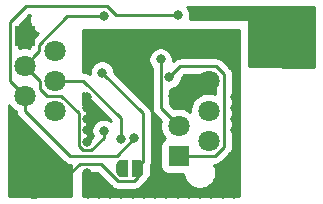
<source format=gbr>
G04 #@! TF.GenerationSoftware,KiCad,Pcbnew,5.1.5-52549c5~84~ubuntu18.04.1*
G04 #@! TF.CreationDate,2020-05-04T21:01:36+02:00*
G04 #@! TF.ProjectId,rs485_adapter,72733438-355f-4616-9461-707465722e6b,rev?*
G04 #@! TF.SameCoordinates,Original*
G04 #@! TF.FileFunction,Copper,L2,Bot*
G04 #@! TF.FilePolarity,Positive*
%FSLAX46Y46*%
G04 Gerber Fmt 4.6, Leading zero omitted, Abs format (unit mm)*
G04 Created by KiCad (PCBNEW 5.1.5-52549c5~84~ubuntu18.04.1) date 2020-05-04 21:01:36*
%MOMM*%
%LPD*%
G04 APERTURE LIST*
%ADD10C,1.800000*%
%ADD11R,1.800000X1.800000*%
%ADD12C,4.400000*%
%ADD13C,0.100000*%
%ADD14C,0.800000*%
%ADD15C,0.250000*%
%ADD16C,0.254000*%
G04 APERTURE END LIST*
D10*
X122140000Y-103310000D03*
X119600000Y-102040000D03*
X122140000Y-100770000D03*
D11*
X119600000Y-99500000D03*
D10*
X119600000Y-104580000D03*
X122140000Y-105850000D03*
X135180000Y-103340000D03*
X132640000Y-104610000D03*
D11*
X132640000Y-109690000D03*
D10*
X135180000Y-108420000D03*
X132640000Y-107150000D03*
X135180000Y-105880000D03*
D12*
X120375000Y-111150000D03*
X141475000Y-99675000D03*
G04 #@! TA.AperFunction,SMDPad,CuDef*
D13*
G36*
X128370000Y-111500000D02*
G01*
X127870000Y-111500000D01*
X127870000Y-111499398D01*
X127845466Y-111499398D01*
X127796635Y-111494588D01*
X127748510Y-111485016D01*
X127701555Y-111470772D01*
X127656222Y-111451995D01*
X127612949Y-111428864D01*
X127572150Y-111401604D01*
X127534221Y-111370476D01*
X127499524Y-111335779D01*
X127468396Y-111297850D01*
X127441136Y-111257051D01*
X127418005Y-111213778D01*
X127399228Y-111168445D01*
X127384984Y-111121490D01*
X127375412Y-111073365D01*
X127370602Y-111024534D01*
X127370602Y-111000000D01*
X127370000Y-111000000D01*
X127370000Y-110500000D01*
X127370602Y-110500000D01*
X127370602Y-110475466D01*
X127375412Y-110426635D01*
X127384984Y-110378510D01*
X127399228Y-110331555D01*
X127418005Y-110286222D01*
X127441136Y-110242949D01*
X127468396Y-110202150D01*
X127499524Y-110164221D01*
X127534221Y-110129524D01*
X127572150Y-110098396D01*
X127612949Y-110071136D01*
X127656222Y-110048005D01*
X127701555Y-110029228D01*
X127748510Y-110014984D01*
X127796635Y-110005412D01*
X127845466Y-110000602D01*
X127870000Y-110000602D01*
X127870000Y-110000000D01*
X128370000Y-110000000D01*
X128370000Y-111500000D01*
G37*
G04 #@! TD.AperFunction*
G04 #@! TA.AperFunction,SMDPad,CuDef*
G36*
X129170000Y-110000602D02*
G01*
X129194534Y-110000602D01*
X129243365Y-110005412D01*
X129291490Y-110014984D01*
X129338445Y-110029228D01*
X129383778Y-110048005D01*
X129427051Y-110071136D01*
X129467850Y-110098396D01*
X129505779Y-110129524D01*
X129540476Y-110164221D01*
X129571604Y-110202150D01*
X129598864Y-110242949D01*
X129621995Y-110286222D01*
X129640772Y-110331555D01*
X129655016Y-110378510D01*
X129664588Y-110426635D01*
X129669398Y-110475466D01*
X129669398Y-110500000D01*
X129670000Y-110500000D01*
X129670000Y-111000000D01*
X129669398Y-111000000D01*
X129669398Y-111024534D01*
X129664588Y-111073365D01*
X129655016Y-111121490D01*
X129640772Y-111168445D01*
X129621995Y-111213778D01*
X129598864Y-111257051D01*
X129571604Y-111297850D01*
X129540476Y-111335779D01*
X129505779Y-111370476D01*
X129467850Y-111401604D01*
X129427051Y-111428864D01*
X129383778Y-111451995D01*
X129338445Y-111470772D01*
X129291490Y-111485016D01*
X129243365Y-111494588D01*
X129194534Y-111499398D01*
X129170000Y-111499398D01*
X129170000Y-111500000D01*
X128670000Y-111500000D01*
X128670000Y-110000000D01*
X129170000Y-110000000D01*
X129170000Y-110000602D01*
G37*
G04 #@! TD.AperFunction*
D14*
X126160000Y-102630000D03*
X129210000Y-110580000D03*
X137400000Y-101300000D03*
X137400000Y-100300000D03*
X124900000Y-101400000D03*
X124900000Y-100400000D03*
X124900000Y-111100000D03*
X124900000Y-112000000D03*
X124900000Y-106600000D03*
X124900000Y-107500000D03*
X124900000Y-105600000D03*
X124900000Y-104700000D03*
X137400000Y-104700000D03*
X137400000Y-105600000D03*
X137400000Y-106600000D03*
X137400000Y-107500000D03*
X137400000Y-112000000D03*
X125900000Y-112895001D03*
X135400000Y-112895001D03*
X134475001Y-112895001D03*
X126875001Y-112895001D03*
X133500000Y-112895001D03*
X128775001Y-112895001D03*
X129700000Y-112895001D03*
X137300000Y-112895001D03*
X130675001Y-112895001D03*
X127800000Y-112895001D03*
X131600000Y-112895001D03*
X132575001Y-112895001D03*
X136375001Y-112895001D03*
X124975001Y-112895001D03*
X137200000Y-99395001D03*
X136275001Y-99395001D03*
X133400000Y-99395001D03*
X134375001Y-99395001D03*
X135300000Y-99395001D03*
X129600000Y-99395001D03*
X130575001Y-99395001D03*
X131500000Y-99395001D03*
X127700000Y-99395001D03*
X126775001Y-99395001D03*
X124875001Y-99395001D03*
X125800000Y-99395001D03*
X137375001Y-111100000D03*
X124900000Y-108500000D03*
X126300000Y-107560000D03*
X126370000Y-97880000D03*
X128890247Y-108189753D03*
X132600000Y-97799999D03*
X127760000Y-108250000D03*
X131120000Y-101515773D03*
X131863848Y-103046152D03*
X127870000Y-110750000D03*
D15*
X129170000Y-111497592D02*
X129170000Y-110750000D01*
X128842582Y-111825010D02*
X129170000Y-111497592D01*
X127531672Y-111825010D02*
X128842582Y-111825010D01*
X126081661Y-110374999D02*
X127531672Y-111825010D01*
X124261270Y-110374999D02*
X126081661Y-110374999D01*
X123486269Y-111150000D02*
X124261270Y-110374999D01*
X120375000Y-111150000D02*
X123486269Y-111150000D01*
X129170000Y-110750000D02*
X129170000Y-110620000D01*
X129170000Y-110620000D02*
X129210000Y-110580000D01*
X129609999Y-110180001D02*
X129210000Y-110580000D01*
X129624064Y-110165936D02*
X129609999Y-110180001D01*
X129624064Y-106094064D02*
X129624064Y-110165936D01*
X126160000Y-102630000D02*
X129624064Y-106094064D01*
X133910000Y-103340000D02*
X135180000Y-103340000D01*
X132640000Y-104610000D02*
X133910000Y-103340000D01*
X124551999Y-109225001D02*
X124174999Y-108848001D01*
X125248001Y-109225001D02*
X124551999Y-109225001D01*
X126300000Y-108173002D02*
X125248001Y-109225001D01*
X126300000Y-107560000D02*
X126300000Y-108173002D01*
X120914999Y-103354999D02*
X120914999Y-104014999D01*
X120914999Y-104014999D02*
X121500000Y-104600000D01*
X119600000Y-102040000D02*
X120914999Y-103354999D01*
X124170000Y-106066998D02*
X124170000Y-106330000D01*
X122703002Y-104600000D02*
X124170000Y-106066998D01*
X121500000Y-104600000D02*
X122703002Y-104600000D01*
X124174999Y-108848001D02*
X124170000Y-106330000D01*
X120499999Y-101140001D02*
X119600000Y-102040000D01*
X120825001Y-100814999D02*
X120499999Y-101140001D01*
X120825001Y-100271997D02*
X120825001Y-100814999D01*
X123216998Y-97880000D02*
X120825001Y-100271997D01*
X126370000Y-97880000D02*
X123216998Y-97880000D01*
X119600000Y-105852792D02*
X119600000Y-104580000D01*
X123422218Y-109675010D02*
X119600000Y-105852792D01*
X128890247Y-108189753D02*
X127404990Y-109675010D01*
X127404990Y-109675010D02*
X123422218Y-109675010D01*
X118700001Y-103680001D02*
X119600000Y-104580000D01*
X118374999Y-103354999D02*
X118700001Y-103680001D01*
X118374999Y-98339999D02*
X118374999Y-103354999D01*
X119690049Y-97024949D02*
X118374999Y-98339999D01*
X126587951Y-97024949D02*
X119690049Y-97024949D01*
X127363001Y-97799999D02*
X126587951Y-97024949D01*
X132600000Y-97799999D02*
X127363001Y-97799999D01*
X127760000Y-107684315D02*
X127760000Y-108250000D01*
X127760000Y-106486998D02*
X127760000Y-107684315D01*
X124583002Y-103310000D02*
X127760000Y-106486998D01*
X122140000Y-103310000D02*
X124583002Y-103310000D01*
X131120000Y-105630000D02*
X132640000Y-107150000D01*
X131120000Y-101515773D02*
X131120000Y-105630000D01*
X132795001Y-102114999D02*
X135844999Y-102114999D01*
X131863848Y-103046152D02*
X132795001Y-102114999D01*
X135844999Y-102114999D02*
X136500000Y-102770000D01*
X133790000Y-109690000D02*
X132640000Y-109690000D01*
X135723002Y-109690000D02*
X133790000Y-109690000D01*
X136500000Y-108913002D02*
X135723002Y-109690000D01*
X136500000Y-102770000D02*
X136500000Y-108913002D01*
X127940000Y-110680000D02*
X127870000Y-110750000D01*
D16*
G36*
X118407688Y-105558505D02*
G01*
X118621495Y-105772312D01*
X118842972Y-105920298D01*
X118850997Y-106001777D01*
X118883748Y-106109744D01*
X118894454Y-106145038D01*
X118965026Y-106277068D01*
X119004871Y-106325618D01*
X119059999Y-106392793D01*
X119089003Y-106416596D01*
X122858419Y-110186013D01*
X122882217Y-110215011D01*
X122911215Y-110238809D01*
X122997942Y-110309984D01*
X123129971Y-110380556D01*
X123273232Y-110424013D01*
X123422218Y-110438687D01*
X123459551Y-110435010D01*
X123573000Y-110435010D01*
X123573000Y-113090000D01*
X118310000Y-113090000D01*
X118310000Y-105412305D01*
X118407688Y-105558505D01*
G37*
X118407688Y-105558505D02*
X118621495Y-105772312D01*
X118842972Y-105920298D01*
X118850997Y-106001777D01*
X118883748Y-106109744D01*
X118894454Y-106145038D01*
X118965026Y-106277068D01*
X119004871Y-106325618D01*
X119059999Y-106392793D01*
X119089003Y-106416596D01*
X122858419Y-110186013D01*
X122882217Y-110215011D01*
X122911215Y-110238809D01*
X122997942Y-110309984D01*
X123129971Y-110380556D01*
X123273232Y-110424013D01*
X123422218Y-110438687D01*
X123459551Y-110435010D01*
X123573000Y-110435010D01*
X123573000Y-113090000D01*
X118310000Y-113090000D01*
X118310000Y-105412305D01*
X118407688Y-105558505D01*
G36*
X144090000Y-102164622D02*
G01*
X138627000Y-102075065D01*
X138627000Y-98200000D01*
X138624560Y-98175224D01*
X138617333Y-98151399D01*
X138605597Y-98129443D01*
X138589803Y-98110197D01*
X138570557Y-98094403D01*
X138548601Y-98082667D01*
X138524776Y-98075440D01*
X138500000Y-98073000D01*
X133600974Y-98073000D01*
X133635000Y-97901938D01*
X133635000Y-97698060D01*
X133595226Y-97498101D01*
X133517205Y-97309743D01*
X133403937Y-97140225D01*
X133373712Y-97110000D01*
X144090000Y-97110000D01*
X144090000Y-102164622D01*
G37*
X144090000Y-102164622D02*
X138627000Y-102075065D01*
X138627000Y-98200000D01*
X138624560Y-98175224D01*
X138617333Y-98151399D01*
X138605597Y-98129443D01*
X138589803Y-98110197D01*
X138570557Y-98094403D01*
X138548601Y-98082667D01*
X138524776Y-98075440D01*
X138500000Y-98073000D01*
X133600974Y-98073000D01*
X133635000Y-97901938D01*
X133635000Y-97698060D01*
X133595226Y-97498101D01*
X133517205Y-97309743D01*
X133403937Y-97140225D01*
X133373712Y-97110000D01*
X144090000Y-97110000D01*
X144090000Y-102164622D01*
G36*
X120014950Y-97963584D02*
G01*
X120014950Y-98236416D01*
X120068176Y-98504004D01*
X120172584Y-98756067D01*
X120324161Y-98982918D01*
X120517082Y-99175839D01*
X120714468Y-99307728D01*
X120314004Y-99708193D01*
X120285000Y-99731996D01*
X120236171Y-99791495D01*
X120190027Y-99847721D01*
X120156875Y-99909744D01*
X120119455Y-99979751D01*
X120075998Y-100123012D01*
X120065001Y-100234665D01*
X120065001Y-100234675D01*
X120061325Y-100271997D01*
X120065001Y-100309319D01*
X120065001Y-100500198D01*
X120008930Y-100556269D01*
X119751184Y-100505000D01*
X119448816Y-100505000D01*
X119152257Y-100563989D01*
X119134999Y-100571138D01*
X119134999Y-98654800D01*
X120004851Y-97784949D01*
X120050482Y-97784949D01*
X120014950Y-97963584D01*
G37*
X120014950Y-97963584D02*
X120014950Y-98236416D01*
X120068176Y-98504004D01*
X120172584Y-98756067D01*
X120324161Y-98982918D01*
X120517082Y-99175839D01*
X120714468Y-99307728D01*
X120314004Y-99708193D01*
X120285000Y-99731996D01*
X120236171Y-99791495D01*
X120190027Y-99847721D01*
X120156875Y-99909744D01*
X120119455Y-99979751D01*
X120075998Y-100123012D01*
X120065001Y-100234665D01*
X120065001Y-100234675D01*
X120061325Y-100271997D01*
X120065001Y-100309319D01*
X120065001Y-100500198D01*
X120008930Y-100556269D01*
X119751184Y-100505000D01*
X119448816Y-100505000D01*
X119152257Y-100563989D01*
X119134999Y-100571138D01*
X119134999Y-98654800D01*
X120004851Y-97784949D01*
X120050482Y-97784949D01*
X120014950Y-97963584D01*
G36*
X137773000Y-113090000D02*
G01*
X124527000Y-113090000D01*
X124527000Y-111184071D01*
X124576072Y-111134999D01*
X125766860Y-111134999D01*
X126967873Y-112336013D01*
X126991671Y-112365011D01*
X127107396Y-112459984D01*
X127239425Y-112530556D01*
X127382686Y-112574013D01*
X127494339Y-112585010D01*
X127494348Y-112585010D01*
X127531671Y-112588686D01*
X127568994Y-112585010D01*
X128805260Y-112585010D01*
X128842582Y-112588686D01*
X128879904Y-112585010D01*
X128879915Y-112585010D01*
X128991568Y-112574013D01*
X129134829Y-112530556D01*
X129266858Y-112459984D01*
X129382583Y-112365011D01*
X129406386Y-112336007D01*
X129680998Y-112061395D01*
X129710001Y-112037593D01*
X129769163Y-111965504D01*
X129841691Y-111917042D01*
X129938382Y-111837690D01*
X130007690Y-111768382D01*
X130087042Y-111671691D01*
X130141498Y-111590192D01*
X130200464Y-111479875D01*
X130237973Y-111389319D01*
X130274282Y-111269623D01*
X130293404Y-111173490D01*
X130305664Y-111049009D01*
X130305664Y-111024450D01*
X130308072Y-111000000D01*
X130308072Y-110500000D01*
X130307945Y-110498714D01*
X130329610Y-110458183D01*
X130373067Y-110314922D01*
X130384064Y-110203269D01*
X130384064Y-110203258D01*
X130387740Y-110165936D01*
X130384064Y-110128613D01*
X130384064Y-106131386D01*
X130387740Y-106094063D01*
X130384064Y-106056740D01*
X130384064Y-106056731D01*
X130373067Y-105945078D01*
X130329610Y-105801817D01*
X130259038Y-105669788D01*
X130164065Y-105554063D01*
X130135068Y-105530266D01*
X127195000Y-102590199D01*
X127195000Y-102528061D01*
X127155226Y-102328102D01*
X127077205Y-102139744D01*
X126963937Y-101970226D01*
X126819774Y-101826063D01*
X126650256Y-101712795D01*
X126461898Y-101634774D01*
X126261939Y-101595000D01*
X126058061Y-101595000D01*
X125858102Y-101634774D01*
X125669744Y-101712795D01*
X125500226Y-101826063D01*
X125356063Y-101970226D01*
X125242795Y-102139744D01*
X125164774Y-102328102D01*
X125125000Y-102528061D01*
X125125000Y-102731939D01*
X125135631Y-102785387D01*
X125123003Y-102769999D01*
X125007278Y-102675026D01*
X124875249Y-102604454D01*
X124731988Y-102560997D01*
X124620335Y-102550000D01*
X124620324Y-102550000D01*
X124583002Y-102546324D01*
X124545680Y-102550000D01*
X124527000Y-102550000D01*
X124527000Y-101413834D01*
X130085000Y-101413834D01*
X130085000Y-101617712D01*
X130124774Y-101817671D01*
X130202795Y-102006029D01*
X130316063Y-102175547D01*
X130360000Y-102219484D01*
X130360001Y-105592668D01*
X130356324Y-105630000D01*
X130360001Y-105667333D01*
X130370998Y-105778986D01*
X130377924Y-105801817D01*
X130414454Y-105922246D01*
X130485026Y-106054276D01*
X130517679Y-106094063D01*
X130580000Y-106170001D01*
X130608998Y-106193799D01*
X131156269Y-106741070D01*
X131105000Y-106998816D01*
X131105000Y-107301184D01*
X131163989Y-107597743D01*
X131279701Y-107877095D01*
X131447688Y-108128505D01*
X131514127Y-108194944D01*
X131495820Y-108200498D01*
X131385506Y-108259463D01*
X131288815Y-108338815D01*
X131209463Y-108435506D01*
X131150498Y-108545820D01*
X131114188Y-108665518D01*
X131101928Y-108790000D01*
X131101928Y-110590000D01*
X131114188Y-110714482D01*
X131150498Y-110834180D01*
X131209463Y-110944494D01*
X131288815Y-111041185D01*
X131385506Y-111120537D01*
X131495820Y-111179502D01*
X131615518Y-111215812D01*
X131740000Y-111228072D01*
X133055279Y-111228072D01*
X133108176Y-111494004D01*
X133212584Y-111746067D01*
X133364161Y-111972918D01*
X133557082Y-112165839D01*
X133783933Y-112317416D01*
X134035996Y-112421824D01*
X134303584Y-112475050D01*
X134576416Y-112475050D01*
X134844004Y-112421824D01*
X135096067Y-112317416D01*
X135322918Y-112165839D01*
X135515839Y-111972918D01*
X135667416Y-111746067D01*
X135771824Y-111494004D01*
X135825050Y-111226416D01*
X135825050Y-110953584D01*
X135771824Y-110685996D01*
X135674071Y-110450000D01*
X135685680Y-110450000D01*
X135723002Y-110453676D01*
X135760324Y-110450000D01*
X135760335Y-110450000D01*
X135871988Y-110439003D01*
X136015249Y-110395546D01*
X136147278Y-110324974D01*
X136263003Y-110230001D01*
X136286805Y-110200998D01*
X137011002Y-109476801D01*
X137040001Y-109453003D01*
X137081645Y-109402260D01*
X137134974Y-109337279D01*
X137205546Y-109205249D01*
X137218056Y-109164008D01*
X137249003Y-109061988D01*
X137260000Y-108950335D01*
X137260000Y-108950326D01*
X137263676Y-108913003D01*
X137260000Y-108875680D01*
X137260000Y-102807322D01*
X137263676Y-102769999D01*
X137260000Y-102732676D01*
X137260000Y-102732667D01*
X137249003Y-102621014D01*
X137205546Y-102477753D01*
X137134974Y-102345724D01*
X137040001Y-102229999D01*
X137011004Y-102206202D01*
X136408802Y-101604001D01*
X136385000Y-101574998D01*
X136269275Y-101480025D01*
X136137246Y-101409453D01*
X135993985Y-101365996D01*
X135882332Y-101354999D01*
X135882321Y-101354999D01*
X135844999Y-101351323D01*
X135807677Y-101354999D01*
X132832323Y-101354999D01*
X132795000Y-101351323D01*
X132757677Y-101354999D01*
X132757668Y-101354999D01*
X132646015Y-101365996D01*
X132502754Y-101409453D01*
X132370725Y-101480025D01*
X132255000Y-101574998D01*
X132231202Y-101603996D01*
X132139485Y-101695713D01*
X132155000Y-101617712D01*
X132155000Y-101413834D01*
X132115226Y-101213875D01*
X132037205Y-101025517D01*
X131923937Y-100855999D01*
X131779774Y-100711836D01*
X131610256Y-100598568D01*
X131421898Y-100520547D01*
X131221939Y-100480773D01*
X131018061Y-100480773D01*
X130818102Y-100520547D01*
X130629744Y-100598568D01*
X130460226Y-100711836D01*
X130316063Y-100855999D01*
X130202795Y-101025517D01*
X130124774Y-101213875D01*
X130085000Y-101413834D01*
X124527000Y-101413834D01*
X124527000Y-99027000D01*
X137773000Y-99027000D01*
X137773000Y-113090000D01*
G37*
X137773000Y-113090000D02*
X124527000Y-113090000D01*
X124527000Y-111184071D01*
X124576072Y-111134999D01*
X125766860Y-111134999D01*
X126967873Y-112336013D01*
X126991671Y-112365011D01*
X127107396Y-112459984D01*
X127239425Y-112530556D01*
X127382686Y-112574013D01*
X127494339Y-112585010D01*
X127494348Y-112585010D01*
X127531671Y-112588686D01*
X127568994Y-112585010D01*
X128805260Y-112585010D01*
X128842582Y-112588686D01*
X128879904Y-112585010D01*
X128879915Y-112585010D01*
X128991568Y-112574013D01*
X129134829Y-112530556D01*
X129266858Y-112459984D01*
X129382583Y-112365011D01*
X129406386Y-112336007D01*
X129680998Y-112061395D01*
X129710001Y-112037593D01*
X129769163Y-111965504D01*
X129841691Y-111917042D01*
X129938382Y-111837690D01*
X130007690Y-111768382D01*
X130087042Y-111671691D01*
X130141498Y-111590192D01*
X130200464Y-111479875D01*
X130237973Y-111389319D01*
X130274282Y-111269623D01*
X130293404Y-111173490D01*
X130305664Y-111049009D01*
X130305664Y-111024450D01*
X130308072Y-111000000D01*
X130308072Y-110500000D01*
X130307945Y-110498714D01*
X130329610Y-110458183D01*
X130373067Y-110314922D01*
X130384064Y-110203269D01*
X130384064Y-110203258D01*
X130387740Y-110165936D01*
X130384064Y-110128613D01*
X130384064Y-106131386D01*
X130387740Y-106094063D01*
X130384064Y-106056740D01*
X130384064Y-106056731D01*
X130373067Y-105945078D01*
X130329610Y-105801817D01*
X130259038Y-105669788D01*
X130164065Y-105554063D01*
X130135068Y-105530266D01*
X127195000Y-102590199D01*
X127195000Y-102528061D01*
X127155226Y-102328102D01*
X127077205Y-102139744D01*
X126963937Y-101970226D01*
X126819774Y-101826063D01*
X126650256Y-101712795D01*
X126461898Y-101634774D01*
X126261939Y-101595000D01*
X126058061Y-101595000D01*
X125858102Y-101634774D01*
X125669744Y-101712795D01*
X125500226Y-101826063D01*
X125356063Y-101970226D01*
X125242795Y-102139744D01*
X125164774Y-102328102D01*
X125125000Y-102528061D01*
X125125000Y-102731939D01*
X125135631Y-102785387D01*
X125123003Y-102769999D01*
X125007278Y-102675026D01*
X124875249Y-102604454D01*
X124731988Y-102560997D01*
X124620335Y-102550000D01*
X124620324Y-102550000D01*
X124583002Y-102546324D01*
X124545680Y-102550000D01*
X124527000Y-102550000D01*
X124527000Y-101413834D01*
X130085000Y-101413834D01*
X130085000Y-101617712D01*
X130124774Y-101817671D01*
X130202795Y-102006029D01*
X130316063Y-102175547D01*
X130360000Y-102219484D01*
X130360001Y-105592668D01*
X130356324Y-105630000D01*
X130360001Y-105667333D01*
X130370998Y-105778986D01*
X130377924Y-105801817D01*
X130414454Y-105922246D01*
X130485026Y-106054276D01*
X130517679Y-106094063D01*
X130580000Y-106170001D01*
X130608998Y-106193799D01*
X131156269Y-106741070D01*
X131105000Y-106998816D01*
X131105000Y-107301184D01*
X131163989Y-107597743D01*
X131279701Y-107877095D01*
X131447688Y-108128505D01*
X131514127Y-108194944D01*
X131495820Y-108200498D01*
X131385506Y-108259463D01*
X131288815Y-108338815D01*
X131209463Y-108435506D01*
X131150498Y-108545820D01*
X131114188Y-108665518D01*
X131101928Y-108790000D01*
X131101928Y-110590000D01*
X131114188Y-110714482D01*
X131150498Y-110834180D01*
X131209463Y-110944494D01*
X131288815Y-111041185D01*
X131385506Y-111120537D01*
X131495820Y-111179502D01*
X131615518Y-111215812D01*
X131740000Y-111228072D01*
X133055279Y-111228072D01*
X133108176Y-111494004D01*
X133212584Y-111746067D01*
X133364161Y-111972918D01*
X133557082Y-112165839D01*
X133783933Y-112317416D01*
X134035996Y-112421824D01*
X134303584Y-112475050D01*
X134576416Y-112475050D01*
X134844004Y-112421824D01*
X135096067Y-112317416D01*
X135322918Y-112165839D01*
X135515839Y-111972918D01*
X135667416Y-111746067D01*
X135771824Y-111494004D01*
X135825050Y-111226416D01*
X135825050Y-110953584D01*
X135771824Y-110685996D01*
X135674071Y-110450000D01*
X135685680Y-110450000D01*
X135723002Y-110453676D01*
X135760324Y-110450000D01*
X135760335Y-110450000D01*
X135871988Y-110439003D01*
X136015249Y-110395546D01*
X136147278Y-110324974D01*
X136263003Y-110230001D01*
X136286805Y-110200998D01*
X137011002Y-109476801D01*
X137040001Y-109453003D01*
X137081645Y-109402260D01*
X137134974Y-109337279D01*
X137205546Y-109205249D01*
X137218056Y-109164008D01*
X137249003Y-109061988D01*
X137260000Y-108950335D01*
X137260000Y-108950326D01*
X137263676Y-108913003D01*
X137260000Y-108875680D01*
X137260000Y-102807322D01*
X137263676Y-102769999D01*
X137260000Y-102732676D01*
X137260000Y-102732667D01*
X137249003Y-102621014D01*
X137205546Y-102477753D01*
X137134974Y-102345724D01*
X137040001Y-102229999D01*
X137011004Y-102206202D01*
X136408802Y-101604001D01*
X136385000Y-101574998D01*
X136269275Y-101480025D01*
X136137246Y-101409453D01*
X135993985Y-101365996D01*
X135882332Y-101354999D01*
X135882321Y-101354999D01*
X135844999Y-101351323D01*
X135807677Y-101354999D01*
X132832323Y-101354999D01*
X132795000Y-101351323D01*
X132757677Y-101354999D01*
X132757668Y-101354999D01*
X132646015Y-101365996D01*
X132502754Y-101409453D01*
X132370725Y-101480025D01*
X132255000Y-101574998D01*
X132231202Y-101603996D01*
X132139485Y-101695713D01*
X132155000Y-101617712D01*
X132155000Y-101413834D01*
X132115226Y-101213875D01*
X132037205Y-101025517D01*
X131923937Y-100855999D01*
X131779774Y-100711836D01*
X131610256Y-100598568D01*
X131421898Y-100520547D01*
X131221939Y-100480773D01*
X131018061Y-100480773D01*
X130818102Y-100520547D01*
X130629744Y-100598568D01*
X130460226Y-100711836D01*
X130316063Y-100855999D01*
X130202795Y-101025517D01*
X130124774Y-101213875D01*
X130085000Y-101413834D01*
X124527000Y-101413834D01*
X124527000Y-99027000D01*
X137773000Y-99027000D01*
X137773000Y-113090000D01*
G36*
X135740000Y-103084802D02*
G01*
X135740000Y-104450488D01*
X135627743Y-104403989D01*
X135331184Y-104345000D01*
X135028816Y-104345000D01*
X134732257Y-104403989D01*
X134452905Y-104519701D01*
X134201495Y-104687688D01*
X133987688Y-104901495D01*
X133819701Y-105152905D01*
X133703989Y-105432257D01*
X133645000Y-105728816D01*
X133645000Y-105984183D01*
X133618505Y-105957688D01*
X133367095Y-105789701D01*
X133087743Y-105673989D01*
X132791184Y-105615000D01*
X132488816Y-105615000D01*
X132231070Y-105666269D01*
X131880000Y-105315199D01*
X131880000Y-104081152D01*
X131965787Y-104081152D01*
X132165746Y-104041378D01*
X132354104Y-103963357D01*
X132523622Y-103850089D01*
X132667785Y-103705926D01*
X132781053Y-103536408D01*
X132859074Y-103348050D01*
X132898848Y-103148091D01*
X132898848Y-103085954D01*
X133109803Y-102874999D01*
X135530198Y-102874999D01*
X135740000Y-103084802D01*
G37*
X135740000Y-103084802D02*
X135740000Y-104450488D01*
X135627743Y-104403989D01*
X135331184Y-104345000D01*
X135028816Y-104345000D01*
X134732257Y-104403989D01*
X134452905Y-104519701D01*
X134201495Y-104687688D01*
X133987688Y-104901495D01*
X133819701Y-105152905D01*
X133703989Y-105432257D01*
X133645000Y-105728816D01*
X133645000Y-105984183D01*
X133618505Y-105957688D01*
X133367095Y-105789701D01*
X133087743Y-105673989D01*
X132791184Y-105615000D01*
X132488816Y-105615000D01*
X132231070Y-105666269D01*
X131880000Y-105315199D01*
X131880000Y-104081152D01*
X131965787Y-104081152D01*
X132165746Y-104041378D01*
X132354104Y-103963357D01*
X132523622Y-103850089D01*
X132667785Y-103705926D01*
X132781053Y-103536408D01*
X132859074Y-103348050D01*
X132898848Y-103148091D01*
X132898848Y-103085954D01*
X133109803Y-102874999D01*
X135530198Y-102874999D01*
X135740000Y-103084802D01*
G36*
X126943166Y-106744966D02*
G01*
X126790256Y-106642795D01*
X126601898Y-106564774D01*
X126401939Y-106525000D01*
X126198061Y-106525000D01*
X125998102Y-106564774D01*
X125809744Y-106642795D01*
X125640226Y-106756063D01*
X125496063Y-106900226D01*
X125382795Y-107069744D01*
X125304774Y-107258102D01*
X125265000Y-107458061D01*
X125265000Y-107661939D01*
X125304774Y-107861898D01*
X125372587Y-108025613D01*
X124934237Y-108463963D01*
X124930000Y-106329442D01*
X124930000Y-106104320D01*
X124933676Y-106066997D01*
X124930000Y-106029674D01*
X124930000Y-106029665D01*
X124919003Y-105918012D01*
X124875546Y-105774751D01*
X124804974Y-105642722D01*
X124791811Y-105626683D01*
X124733799Y-105555994D01*
X124733795Y-105555990D01*
X124710001Y-105526997D01*
X124681009Y-105503204D01*
X124527000Y-105349195D01*
X124527000Y-104328799D01*
X126943166Y-106744966D01*
G37*
X126943166Y-106744966D02*
X126790256Y-106642795D01*
X126601898Y-106564774D01*
X126401939Y-106525000D01*
X126198061Y-106525000D01*
X125998102Y-106564774D01*
X125809744Y-106642795D01*
X125640226Y-106756063D01*
X125496063Y-106900226D01*
X125382795Y-107069744D01*
X125304774Y-107258102D01*
X125265000Y-107458061D01*
X125265000Y-107661939D01*
X125304774Y-107861898D01*
X125372587Y-108025613D01*
X124934237Y-108463963D01*
X124930000Y-106329442D01*
X124930000Y-106104320D01*
X124933676Y-106066997D01*
X124930000Y-106029674D01*
X124930000Y-106029665D01*
X124919003Y-105918012D01*
X124875546Y-105774751D01*
X124804974Y-105642722D01*
X124791811Y-105626683D01*
X124733799Y-105555994D01*
X124733795Y-105555990D01*
X124710001Y-105526997D01*
X124681009Y-105503204D01*
X124527000Y-105349195D01*
X124527000Y-104328799D01*
X126943166Y-106744966D01*
M02*

</source>
